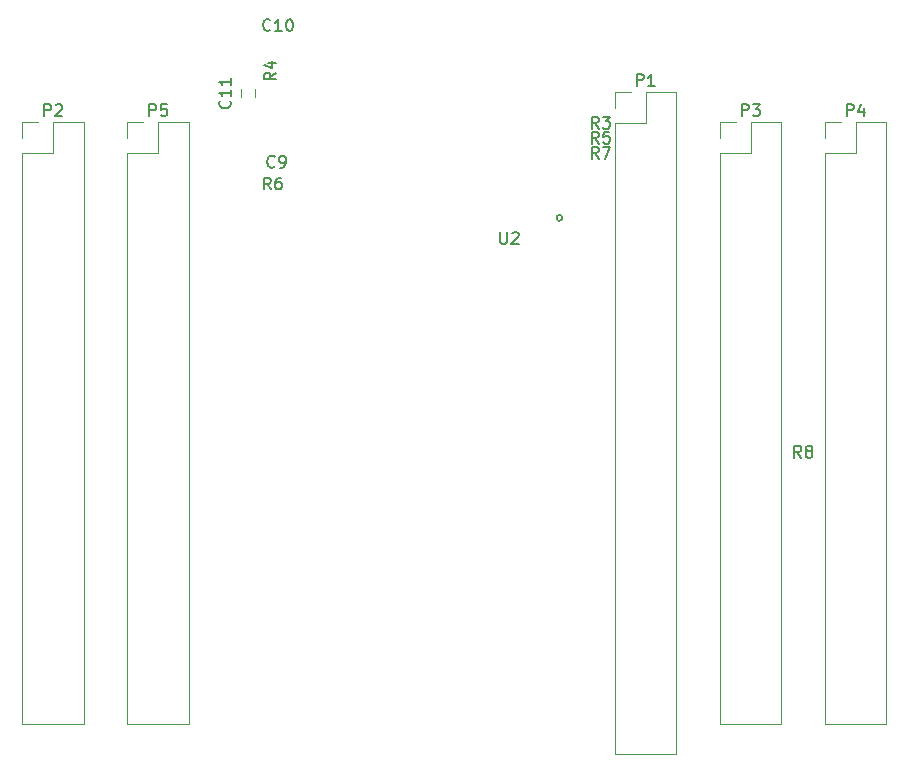
<source format=gbr>
G04 #@! TF.FileFunction,Legend,Top*
%FSLAX46Y46*%
G04 Gerber Fmt 4.6, Leading zero omitted, Abs format (unit mm)*
G04 Created by KiCad (PCBNEW 4.0.5+dfsg1-4) date Sat Apr 15 00:30:14 2017*
%MOMM*%
%LPD*%
G01*
G04 APERTURE LIST*
%ADD10C,0.100000*%
%ADD11C,0.150000*%
%ADD12C,0.120000*%
G04 APERTURE END LIST*
D10*
D11*
X98360000Y-70250000D02*
G75*
G03X98360000Y-70250000I-250000J0D01*
G01*
D12*
X52645000Y-64770000D02*
X52645000Y-113090000D01*
X52645000Y-113090000D02*
X57845000Y-113090000D01*
X57845000Y-113090000D02*
X57845000Y-62170000D01*
X57845000Y-62170000D02*
X55245000Y-62170000D01*
X55245000Y-62170000D02*
X55245000Y-64770000D01*
X55245000Y-64770000D02*
X52645000Y-64770000D01*
X52645000Y-63500000D02*
X52645000Y-62170000D01*
X52645000Y-62170000D02*
X53975000Y-62170000D01*
X72355000Y-59340000D02*
X72355000Y-60040000D01*
X71155000Y-60040000D02*
X71155000Y-59340000D01*
X102810000Y-62230000D02*
X102810000Y-115630000D01*
X102810000Y-115630000D02*
X108010000Y-115630000D01*
X108010000Y-115630000D02*
X108010000Y-59630000D01*
X108010000Y-59630000D02*
X105410000Y-59630000D01*
X105410000Y-59630000D02*
X105410000Y-62230000D01*
X105410000Y-62230000D02*
X102810000Y-62230000D01*
X102810000Y-60960000D02*
X102810000Y-59630000D01*
X102810000Y-59630000D02*
X104140000Y-59630000D01*
X111700000Y-64770000D02*
X111700000Y-113090000D01*
X111700000Y-113090000D02*
X116900000Y-113090000D01*
X116900000Y-113090000D02*
X116900000Y-62170000D01*
X116900000Y-62170000D02*
X114300000Y-62170000D01*
X114300000Y-62170000D02*
X114300000Y-64770000D01*
X114300000Y-64770000D02*
X111700000Y-64770000D01*
X111700000Y-63500000D02*
X111700000Y-62170000D01*
X111700000Y-62170000D02*
X113030000Y-62170000D01*
X120590000Y-64770000D02*
X120590000Y-113090000D01*
X120590000Y-113090000D02*
X125790000Y-113090000D01*
X125790000Y-113090000D02*
X125790000Y-62170000D01*
X125790000Y-62170000D02*
X123190000Y-62170000D01*
X123190000Y-62170000D02*
X123190000Y-64770000D01*
X123190000Y-64770000D02*
X120590000Y-64770000D01*
X120590000Y-63500000D02*
X120590000Y-62170000D01*
X120590000Y-62170000D02*
X121920000Y-62170000D01*
X61535000Y-64770000D02*
X61535000Y-113090000D01*
X61535000Y-113090000D02*
X66735000Y-113090000D01*
X66735000Y-113090000D02*
X66735000Y-62170000D01*
X66735000Y-62170000D02*
X64135000Y-62170000D01*
X64135000Y-62170000D02*
X64135000Y-64770000D01*
X64135000Y-64770000D02*
X61535000Y-64770000D01*
X61535000Y-63500000D02*
X61535000Y-62170000D01*
X61535000Y-62170000D02*
X62865000Y-62170000D01*
D11*
X93098095Y-71452381D02*
X93098095Y-72261905D01*
X93145714Y-72357143D01*
X93193333Y-72404762D01*
X93288571Y-72452381D01*
X93479048Y-72452381D01*
X93574286Y-72404762D01*
X93621905Y-72357143D01*
X93669524Y-72261905D01*
X93669524Y-71452381D01*
X94098095Y-71547619D02*
X94145714Y-71500000D01*
X94240952Y-71452381D01*
X94479048Y-71452381D01*
X94574286Y-71500000D01*
X94621905Y-71547619D01*
X94669524Y-71642857D01*
X94669524Y-71738095D01*
X94621905Y-71880952D01*
X94050476Y-72452381D01*
X94669524Y-72452381D01*
X54506905Y-61622381D02*
X54506905Y-60622381D01*
X54887858Y-60622381D01*
X54983096Y-60670000D01*
X55030715Y-60717619D01*
X55078334Y-60812857D01*
X55078334Y-60955714D01*
X55030715Y-61050952D01*
X54983096Y-61098571D01*
X54887858Y-61146190D01*
X54506905Y-61146190D01*
X55459286Y-60717619D02*
X55506905Y-60670000D01*
X55602143Y-60622381D01*
X55840239Y-60622381D01*
X55935477Y-60670000D01*
X55983096Y-60717619D01*
X56030715Y-60812857D01*
X56030715Y-60908095D01*
X55983096Y-61050952D01*
X55411667Y-61622381D01*
X56030715Y-61622381D01*
X74001334Y-65889143D02*
X73953715Y-65936762D01*
X73810858Y-65984381D01*
X73715620Y-65984381D01*
X73572762Y-65936762D01*
X73477524Y-65841524D01*
X73429905Y-65746286D01*
X73382286Y-65555810D01*
X73382286Y-65412952D01*
X73429905Y-65222476D01*
X73477524Y-65127238D01*
X73572762Y-65032000D01*
X73715620Y-64984381D01*
X73810858Y-64984381D01*
X73953715Y-65032000D01*
X74001334Y-65079619D01*
X74477524Y-65984381D02*
X74668000Y-65984381D01*
X74763239Y-65936762D01*
X74810858Y-65889143D01*
X74906096Y-65746286D01*
X74953715Y-65555810D01*
X74953715Y-65174857D01*
X74906096Y-65079619D01*
X74858477Y-65032000D01*
X74763239Y-64984381D01*
X74572762Y-64984381D01*
X74477524Y-65032000D01*
X74429905Y-65079619D01*
X74382286Y-65174857D01*
X74382286Y-65412952D01*
X74429905Y-65508190D01*
X74477524Y-65555810D01*
X74572762Y-65603429D01*
X74763239Y-65603429D01*
X74858477Y-65555810D01*
X74906096Y-65508190D01*
X74953715Y-65412952D01*
X73652143Y-54332143D02*
X73604524Y-54379762D01*
X73461667Y-54427381D01*
X73366429Y-54427381D01*
X73223571Y-54379762D01*
X73128333Y-54284524D01*
X73080714Y-54189286D01*
X73033095Y-53998810D01*
X73033095Y-53855952D01*
X73080714Y-53665476D01*
X73128333Y-53570238D01*
X73223571Y-53475000D01*
X73366429Y-53427381D01*
X73461667Y-53427381D01*
X73604524Y-53475000D01*
X73652143Y-53522619D01*
X74604524Y-54427381D02*
X74033095Y-54427381D01*
X74318809Y-54427381D02*
X74318809Y-53427381D01*
X74223571Y-53570238D01*
X74128333Y-53665476D01*
X74033095Y-53713095D01*
X75223571Y-53427381D02*
X75318810Y-53427381D01*
X75414048Y-53475000D01*
X75461667Y-53522619D01*
X75509286Y-53617857D01*
X75556905Y-53808333D01*
X75556905Y-54046429D01*
X75509286Y-54236905D01*
X75461667Y-54332143D01*
X75414048Y-54379762D01*
X75318810Y-54427381D01*
X75223571Y-54427381D01*
X75128333Y-54379762D01*
X75080714Y-54332143D01*
X75033095Y-54236905D01*
X74985476Y-54046429D01*
X74985476Y-53808333D01*
X75033095Y-53617857D01*
X75080714Y-53522619D01*
X75128333Y-53475000D01*
X75223571Y-53427381D01*
X70207143Y-60332857D02*
X70254762Y-60380476D01*
X70302381Y-60523333D01*
X70302381Y-60618571D01*
X70254762Y-60761429D01*
X70159524Y-60856667D01*
X70064286Y-60904286D01*
X69873810Y-60951905D01*
X69730952Y-60951905D01*
X69540476Y-60904286D01*
X69445238Y-60856667D01*
X69350000Y-60761429D01*
X69302381Y-60618571D01*
X69302381Y-60523333D01*
X69350000Y-60380476D01*
X69397619Y-60332857D01*
X70302381Y-59380476D02*
X70302381Y-59951905D01*
X70302381Y-59666191D02*
X69302381Y-59666191D01*
X69445238Y-59761429D01*
X69540476Y-59856667D01*
X69588095Y-59951905D01*
X70302381Y-58428095D02*
X70302381Y-58999524D01*
X70302381Y-58713810D02*
X69302381Y-58713810D01*
X69445238Y-58809048D01*
X69540476Y-58904286D01*
X69588095Y-58999524D01*
X104671905Y-59082381D02*
X104671905Y-58082381D01*
X105052858Y-58082381D01*
X105148096Y-58130000D01*
X105195715Y-58177619D01*
X105243334Y-58272857D01*
X105243334Y-58415714D01*
X105195715Y-58510952D01*
X105148096Y-58558571D01*
X105052858Y-58606190D01*
X104671905Y-58606190D01*
X106195715Y-59082381D02*
X105624286Y-59082381D01*
X105910000Y-59082381D02*
X105910000Y-58082381D01*
X105814762Y-58225238D01*
X105719524Y-58320476D01*
X105624286Y-58368095D01*
X113561905Y-61622381D02*
X113561905Y-60622381D01*
X113942858Y-60622381D01*
X114038096Y-60670000D01*
X114085715Y-60717619D01*
X114133334Y-60812857D01*
X114133334Y-60955714D01*
X114085715Y-61050952D01*
X114038096Y-61098571D01*
X113942858Y-61146190D01*
X113561905Y-61146190D01*
X114466667Y-60622381D02*
X115085715Y-60622381D01*
X114752381Y-61003333D01*
X114895239Y-61003333D01*
X114990477Y-61050952D01*
X115038096Y-61098571D01*
X115085715Y-61193810D01*
X115085715Y-61431905D01*
X115038096Y-61527143D01*
X114990477Y-61574762D01*
X114895239Y-61622381D01*
X114609524Y-61622381D01*
X114514286Y-61574762D01*
X114466667Y-61527143D01*
X122451905Y-61622381D02*
X122451905Y-60622381D01*
X122832858Y-60622381D01*
X122928096Y-60670000D01*
X122975715Y-60717619D01*
X123023334Y-60812857D01*
X123023334Y-60955714D01*
X122975715Y-61050952D01*
X122928096Y-61098571D01*
X122832858Y-61146190D01*
X122451905Y-61146190D01*
X123880477Y-60955714D02*
X123880477Y-61622381D01*
X123642381Y-60574762D02*
X123404286Y-61289048D01*
X124023334Y-61289048D01*
X63396905Y-61622381D02*
X63396905Y-60622381D01*
X63777858Y-60622381D01*
X63873096Y-60670000D01*
X63920715Y-60717619D01*
X63968334Y-60812857D01*
X63968334Y-60955714D01*
X63920715Y-61050952D01*
X63873096Y-61098571D01*
X63777858Y-61146190D01*
X63396905Y-61146190D01*
X64873096Y-60622381D02*
X64396905Y-60622381D01*
X64349286Y-61098571D01*
X64396905Y-61050952D01*
X64492143Y-61003333D01*
X64730239Y-61003333D01*
X64825477Y-61050952D01*
X64873096Y-61098571D01*
X64920715Y-61193810D01*
X64920715Y-61431905D01*
X64873096Y-61527143D01*
X64825477Y-61574762D01*
X64730239Y-61622381D01*
X64492143Y-61622381D01*
X64396905Y-61574762D01*
X64349286Y-61527143D01*
X101433334Y-62682381D02*
X101100000Y-62206190D01*
X100861905Y-62682381D02*
X100861905Y-61682381D01*
X101242858Y-61682381D01*
X101338096Y-61730000D01*
X101385715Y-61777619D01*
X101433334Y-61872857D01*
X101433334Y-62015714D01*
X101385715Y-62110952D01*
X101338096Y-62158571D01*
X101242858Y-62206190D01*
X100861905Y-62206190D01*
X101766667Y-61682381D02*
X102385715Y-61682381D01*
X102052381Y-62063333D01*
X102195239Y-62063333D01*
X102290477Y-62110952D01*
X102338096Y-62158571D01*
X102385715Y-62253810D01*
X102385715Y-62491905D01*
X102338096Y-62587143D01*
X102290477Y-62634762D01*
X102195239Y-62682381D01*
X101909524Y-62682381D01*
X101814286Y-62634762D01*
X101766667Y-62587143D01*
X74112381Y-57951666D02*
X73636190Y-58285000D01*
X74112381Y-58523095D02*
X73112381Y-58523095D01*
X73112381Y-58142142D01*
X73160000Y-58046904D01*
X73207619Y-57999285D01*
X73302857Y-57951666D01*
X73445714Y-57951666D01*
X73540952Y-57999285D01*
X73588571Y-58046904D01*
X73636190Y-58142142D01*
X73636190Y-58523095D01*
X73445714Y-57094523D02*
X74112381Y-57094523D01*
X73064762Y-57332619D02*
X73779048Y-57570714D01*
X73779048Y-56951666D01*
X101433334Y-63952381D02*
X101100000Y-63476190D01*
X100861905Y-63952381D02*
X100861905Y-62952381D01*
X101242858Y-62952381D01*
X101338096Y-63000000D01*
X101385715Y-63047619D01*
X101433334Y-63142857D01*
X101433334Y-63285714D01*
X101385715Y-63380952D01*
X101338096Y-63428571D01*
X101242858Y-63476190D01*
X100861905Y-63476190D01*
X102338096Y-62952381D02*
X101861905Y-62952381D01*
X101814286Y-63428571D01*
X101861905Y-63380952D01*
X101957143Y-63333333D01*
X102195239Y-63333333D01*
X102290477Y-63380952D01*
X102338096Y-63428571D01*
X102385715Y-63523810D01*
X102385715Y-63761905D01*
X102338096Y-63857143D01*
X102290477Y-63904762D01*
X102195239Y-63952381D01*
X101957143Y-63952381D01*
X101861905Y-63904762D01*
X101814286Y-63857143D01*
X73678334Y-67832381D02*
X73345000Y-67356190D01*
X73106905Y-67832381D02*
X73106905Y-66832381D01*
X73487858Y-66832381D01*
X73583096Y-66880000D01*
X73630715Y-66927619D01*
X73678334Y-67022857D01*
X73678334Y-67165714D01*
X73630715Y-67260952D01*
X73583096Y-67308571D01*
X73487858Y-67356190D01*
X73106905Y-67356190D01*
X74535477Y-66832381D02*
X74345000Y-66832381D01*
X74249762Y-66880000D01*
X74202143Y-66927619D01*
X74106905Y-67070476D01*
X74059286Y-67260952D01*
X74059286Y-67641905D01*
X74106905Y-67737143D01*
X74154524Y-67784762D01*
X74249762Y-67832381D01*
X74440239Y-67832381D01*
X74535477Y-67784762D01*
X74583096Y-67737143D01*
X74630715Y-67641905D01*
X74630715Y-67403810D01*
X74583096Y-67308571D01*
X74535477Y-67260952D01*
X74440239Y-67213333D01*
X74249762Y-67213333D01*
X74154524Y-67260952D01*
X74106905Y-67308571D01*
X74059286Y-67403810D01*
X101433334Y-65222381D02*
X101100000Y-64746190D01*
X100861905Y-65222381D02*
X100861905Y-64222381D01*
X101242858Y-64222381D01*
X101338096Y-64270000D01*
X101385715Y-64317619D01*
X101433334Y-64412857D01*
X101433334Y-64555714D01*
X101385715Y-64650952D01*
X101338096Y-64698571D01*
X101242858Y-64746190D01*
X100861905Y-64746190D01*
X101766667Y-64222381D02*
X102433334Y-64222381D01*
X102004762Y-65222381D01*
X118578334Y-90552381D02*
X118245000Y-90076190D01*
X118006905Y-90552381D02*
X118006905Y-89552381D01*
X118387858Y-89552381D01*
X118483096Y-89600000D01*
X118530715Y-89647619D01*
X118578334Y-89742857D01*
X118578334Y-89885714D01*
X118530715Y-89980952D01*
X118483096Y-90028571D01*
X118387858Y-90076190D01*
X118006905Y-90076190D01*
X119149762Y-89980952D02*
X119054524Y-89933333D01*
X119006905Y-89885714D01*
X118959286Y-89790476D01*
X118959286Y-89742857D01*
X119006905Y-89647619D01*
X119054524Y-89600000D01*
X119149762Y-89552381D01*
X119340239Y-89552381D01*
X119435477Y-89600000D01*
X119483096Y-89647619D01*
X119530715Y-89742857D01*
X119530715Y-89790476D01*
X119483096Y-89885714D01*
X119435477Y-89933333D01*
X119340239Y-89980952D01*
X119149762Y-89980952D01*
X119054524Y-90028571D01*
X119006905Y-90076190D01*
X118959286Y-90171429D01*
X118959286Y-90361905D01*
X119006905Y-90457143D01*
X119054524Y-90504762D01*
X119149762Y-90552381D01*
X119340239Y-90552381D01*
X119435477Y-90504762D01*
X119483096Y-90457143D01*
X119530715Y-90361905D01*
X119530715Y-90171429D01*
X119483096Y-90076190D01*
X119435477Y-90028571D01*
X119340239Y-89980952D01*
M02*

</source>
